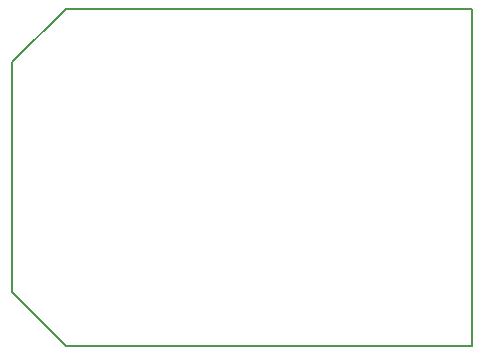
<source format=gm1>
G04*
G04 #@! TF.GenerationSoftware,Altium Limited,Altium Designer,24.0.1 (36)*
G04*
G04 Layer_Color=9798249*
%FSLAX24Y24*%
%MOIN*%
G70*
G04*
G04 #@! TF.SameCoordinates,E6425953-F81D-4A1B-B41F-9E3DC787EA87*
G04*
G04*
G04 #@! TF.FilePolarity,Positive*
G04*
G01*
G75*
%ADD17C,0.0059*%
D17*
X15315Y0D02*
Y11220D01*
X0Y1772D02*
Y9449D01*
X1772Y11220D02*
X15315D01*
X1772Y0D02*
X15315D01*
X0Y9449D02*
X1772Y11220D01*
X0Y1772D02*
X1772Y0D01*
M02*

</source>
